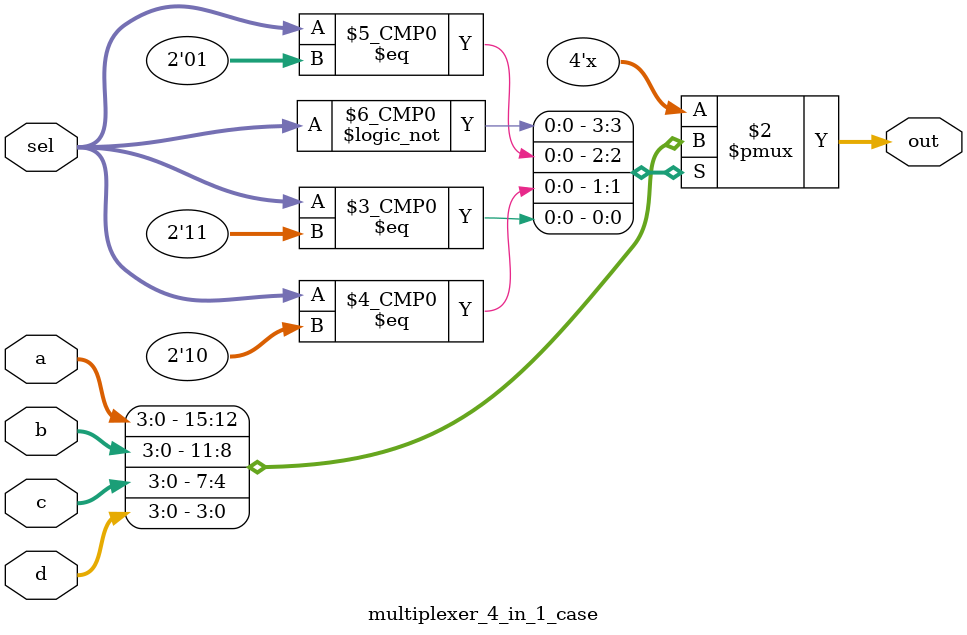
<source format=v>
module multiplexer_4_in_1_case(
    input [1:0] sel,       
    input [3:0] a, b, c, d, 
    output reg [3:0] out   
);
    always @(*) begin
        case (sel)
            2'b00: out = a; 
            2'b01: out = b; 
            2'b10: out = c; 
            2'b11: out = d; 
            default: out = 4'b0000; 
        endcase
    end
    
endmodule
</source>
